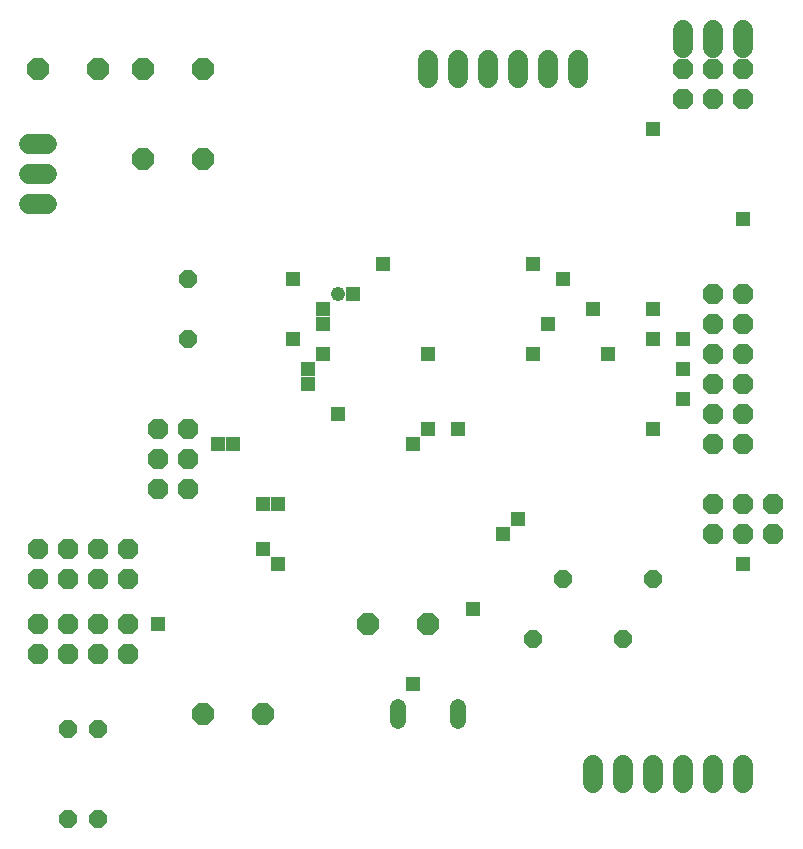
<source format=gbs>
G75*
G70*
%OFA0B0*%
%FSLAX24Y24*%
%IPPOS*%
%LPD*%
%AMOC8*
5,1,8,0,0,1.08239X$1,22.5*
%
%ADD10C,0.0520*%
%ADD11OC8,0.0710*%
%ADD12C,0.0680*%
%ADD13OC8,0.0600*%
%ADD14OC8,0.0680*%
%ADD15R,0.0476X0.0476*%
%ADD16C,0.0480*%
D10*
X014100Y004880D02*
X014100Y005320D01*
X016100Y005320D02*
X016100Y004880D01*
D11*
X015100Y008100D03*
X013100Y008100D03*
X009600Y005100D03*
X007600Y005100D03*
X007600Y023600D03*
X005600Y023600D03*
X005600Y026600D03*
X004100Y026600D03*
X002100Y026600D03*
X007600Y026600D03*
D12*
X002400Y024100D02*
X001800Y024100D01*
X001800Y023100D02*
X002400Y023100D01*
X002400Y022100D02*
X001800Y022100D01*
X015100Y026300D02*
X015100Y026900D01*
X016100Y026900D02*
X016100Y026300D01*
X017100Y026300D02*
X017100Y026900D01*
X018100Y026900D02*
X018100Y026300D01*
X019100Y026300D02*
X019100Y026900D01*
X020100Y026900D02*
X020100Y026300D01*
X023600Y027300D02*
X023600Y027900D01*
X024600Y027900D02*
X024600Y027300D01*
X025600Y027300D02*
X025600Y027900D01*
X025600Y003400D02*
X025600Y002800D01*
X024600Y002800D02*
X024600Y003400D01*
X023600Y003400D02*
X023600Y002800D01*
X022600Y002800D02*
X022600Y003400D01*
X021600Y003400D02*
X021600Y002800D01*
X020600Y002800D02*
X020600Y003400D01*
D13*
X003100Y001600D03*
X004100Y001600D03*
X004100Y004600D03*
X003100Y004600D03*
X007100Y017600D03*
X007100Y019600D03*
X018600Y007600D03*
X019600Y009600D03*
X021600Y007600D03*
X022600Y009600D03*
D14*
X024600Y011100D03*
X024600Y012100D03*
X025600Y012100D03*
X025600Y011100D03*
X026600Y011100D03*
X026600Y012100D03*
X025600Y014100D03*
X025600Y015100D03*
X025600Y016100D03*
X025600Y017100D03*
X025600Y018100D03*
X025600Y019100D03*
X024600Y019100D03*
X024600Y018100D03*
X024600Y017100D03*
X024600Y016100D03*
X024600Y015100D03*
X024600Y014100D03*
X024600Y025600D03*
X024600Y026600D03*
X023600Y026600D03*
X023600Y025600D03*
X025600Y025600D03*
X025600Y026600D03*
X007100Y014600D03*
X007100Y013600D03*
X007100Y012600D03*
X006100Y012600D03*
X006100Y013600D03*
X006100Y014600D03*
X005100Y010600D03*
X005100Y009600D03*
X004100Y009600D03*
X004100Y010600D03*
X003100Y010600D03*
X003100Y009600D03*
X002100Y009600D03*
X002100Y010600D03*
X002100Y008100D03*
X003100Y008100D03*
X003100Y007100D03*
X002100Y007100D03*
X004100Y007100D03*
X005100Y007100D03*
X005100Y008100D03*
X004100Y008100D03*
D15*
X006100Y008100D03*
X009600Y010600D03*
X010100Y010100D03*
X010100Y012100D03*
X009600Y012100D03*
X008600Y014100D03*
X008100Y014100D03*
X011100Y016100D03*
X011100Y016600D03*
X011600Y017100D03*
X011600Y018100D03*
X011600Y018600D03*
X010600Y017600D03*
X010600Y019600D03*
X012600Y019100D03*
X013600Y020100D03*
X015100Y017100D03*
X015100Y014600D03*
X014600Y014100D03*
X016100Y014600D03*
X018600Y017100D03*
X019100Y018100D03*
X020600Y018600D03*
X019600Y019600D03*
X018600Y020100D03*
X021100Y017100D03*
X022600Y017600D03*
X022600Y018600D03*
X023600Y017600D03*
X023600Y016600D03*
X023600Y015600D03*
X022600Y014600D03*
X025600Y010100D03*
X018100Y011600D03*
X017600Y011100D03*
X016600Y008600D03*
X014600Y006100D03*
X012100Y015100D03*
X022600Y024600D03*
X025600Y021600D03*
D16*
X012100Y019100D03*
M02*

</source>
